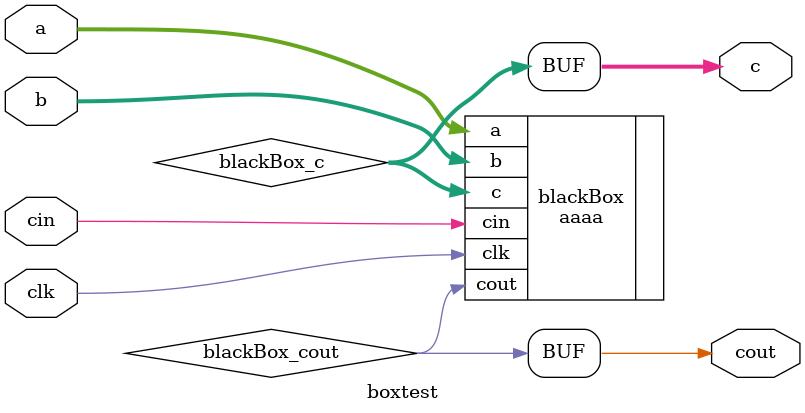
<source format=v>

`timescale 1ns/1ps

module boxtest (
  input  wire [31:0]   a,
  input  wire [31:0]   b,
  input  wire          cin,
  output wire [31:0]   c,
  output wire          cout,
  input  wire          clk
);

  wire       [31:0]   blackBox_c;
  wire                blackBox_cout;

  aaaa blackBox (
    .clk  (clk             ), //i
    .a    (a[31:0]         ), //i
    .b    (b[31:0]         ), //i
    .cin  (cin             ), //i
    .c    (blackBox_c[31:0]), //o
    .cout (blackBox_cout   )  //o
  );
  assign c = blackBox_c;
  assign cout = blackBox_cout;

endmodule

</source>
